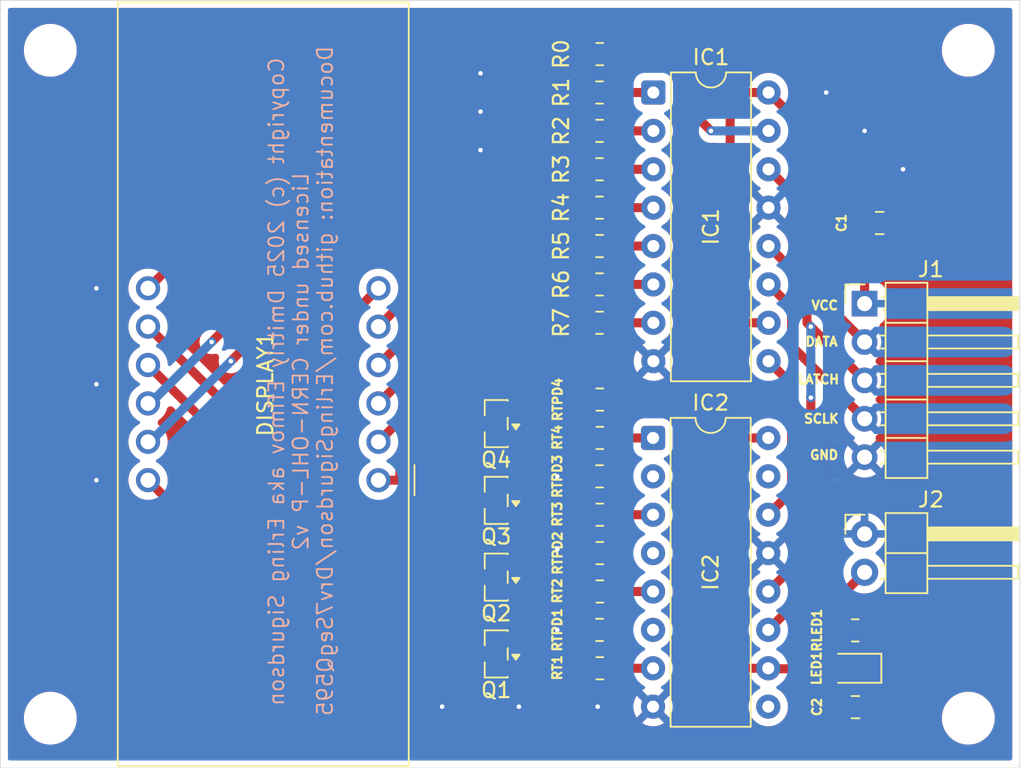
<source format=kicad_pcb>
(kicad_pcb (version 20241229) (generator "pcbnew") (generator_version "9.0")
  (layers (0 "F.Cu" signal) (2 "B.Cu" signal) (13 "F.Paste" user) (15 "B.Paste" user) (5 "F.SilkS" user "F.Silkscreen") (7 "B.SilkS" user "B.Silkscreen") (1 "F.Mask" user) (3 "B.Mask" user) (25 "Edge.Cuts" user))
  (net 0 "")
  (net 1 "Net-(IC1-Q0)")
  (net 2 "Net-(IC1-Q1)")
  (net 3 "Net-(IC1-Q2)")
  (net 4 "Net-(IC1-Q3)")
  (net 5 "Net-(IC1-Q4)")
  (net 6 "Net-(IC1-Q5)")
  (net 7 "Net-(IC1-Q6)")
  (net 8 "Net-(IC1-Q7)")
  (net 9 "VCC")
  (net 10 "GND")
  (net 11 "Net-(IC1-Q7S)")
  (net 13 "Net-(IC2-Q1)")
  (net 14 "Net-(IC2-Q3)")
  (net 17 "Net-(IC2-Q7)")
  (net 19 "Net-(IC2-Q5)")
  (net 21 "Net-(Q1-B)")
  (net 22 "Net-(Q2-B)")
  (net 23 "Net-(Q3-B)")
  (net 24 "Net-(Q4-B)")
  (net 25 "Net-(D1-K)")
  (net 26 "Net-(DISPLAY1-D1)")
  (net 27 "Net-(DISPLAY1-E)")
  (net 28 "Net-(DISPLAY1-B)")
  (net 29 "Net-(DISPLAY1-C)")
  (net 30 "Net-(DISPLAY1-G)")
  (net 31 "Net-(DISPLAY1-D3)")
  (net 32 "Net-(DISPLAY1-DP)")
  (net 33 "Net-(DISPLAY1-F)")
  (net 34 "Net-(DISPLAY1-D2)")
  (net 35 "Net-(DISPLAY1-D4)")
  (net 36 "Net-(DISPLAY1-D)")
  (net 37 "Net-(DISPLAY1-A)")
  (net 38 "Net-(IC1-LATCH)")
  (net 39 "Net-(IC1-DATA)")
  (net 40 "Net-(IC1-SCLK)")
  (net 41 "Net-(J2-Pin_1)")
  (footprint "Resistor_SMD:R_0805_2012Metric_Pad1.20x1.40mm_HandSolder" (layer "F.Cu") (at 156.48 93.98)
    (property "Reference" "RTPD4" (at -2.794 0 90) (layer "F.SilkS") (effects (font (size 0.6 0.6))))
    (property "Value" "47k" (hide yes))
    (fp_line (start -0.227064 -0.735) (end 0.227064 -0.735) (stroke (width 0.12)) (layer "F.SilkS"))
    (fp_line (start -0.227064 0.735) (end 0.227064 0.735) (stroke (width 0.12)) (layer "F.SilkS"))
    (pad "1" smd roundrect (at -1 0) (size 1.2 1.4) (layers "F.Cu" "F.Mask" "F.Paste") (roundrect_rratio 0.208333) (net 10 "GND"))
    (pad "2" smd roundrect (at 1 0) (size 1.2 1.4) (layers "F.Cu" "F.Mask" "F.Paste") (roundrect_rratio 0.208333) (net 24 "Net-(Q4-B)"))
  )
  (footprint "Capacitor_SMD:C_0805_2012Metric_Pad1.18x1.45mm_HandSolder" (layer "F.Cu") (at 173.3925 114.334 180)
    (property "Reference" "C2" (at 2.5521 0.0086 90) (layer "F.SilkS") (effects (font (size 0.6 0.6))))
    (property "Value" "0.1 μF" (hide yes))
    (fp_line (start -0.261252 0.735) (end 0.261252 0.735) (stroke (width 0.12)) (layer "F.SilkS"))
    (fp_line (start -0.261252 -0.735) (end 0.261252 -0.735) (stroke (width 0.12)) (layer "F.SilkS"))
    (pad "1" smd roundrect (at -1.0375 0 180) (size 1.175 1.45) (layers "F.Cu" "F.Mask" "F.Paste") (roundrect_rratio 0.212766) (net 10 "GND"))
    (pad "2" smd roundrect (at 1.0375 0 180) (size 1.175 1.45) (layers "F.Cu" "F.Mask" "F.Paste") (roundrect_rratio 0.212766) (net 9 "VCC"))
  )
  (footprint "Resistor_SMD:R_0805_2012Metric_Pad1.20x1.40mm_HandSolder" (layer "F.Cu") (at 156.48 104.14)
    (property "Reference" "RTPD2" (at -2.794 0 90) (layer "F.SilkS") (effects (font (size 0.6 0.6))))
    (property "Value" "47k" (hide yes))
    (fp_line (start -0.227064 -0.735) (end 0.227064 -0.735) (stroke (width 0.12)) (layer "F.SilkS"))
    (fp_line (start -0.227064 0.735) (end 0.227064 0.735) (stroke (width 0.12)) (layer "F.SilkS"))
    (pad "1" smd roundrect (at -1 0) (size 1.2 1.4) (layers "F.Cu" "F.Mask" "F.Paste") (roundrect_rratio 0.208333) (net 10 "GND"))
    (pad "2" smd roundrect (at 1 0) (size 1.2 1.4) (layers "F.Cu" "F.Mask" "F.Paste") (roundrect_rratio 0.208333) (net 22 "Net-(Q2-B)"))
  )
  (footprint "Resistor_SMD:R_0805_2012Metric_Pad1.20x1.40mm_HandSolder" (layer "F.Cu") (at 156.464 99.06)
    (property "Reference" "RTPD3" (at -2.794 0 90) (layer "F.SilkS") (effects (font (size 0.6 0.6))))
    (property "Value" "47k" (hide yes))
    (fp_line (start -0.227064 -0.735) (end 0.227064 -0.735) (stroke (width 0.12)) (layer "F.SilkS"))
    (fp_line (start -0.227064 0.735) (end 0.227064 0.735) (stroke (width 0.12)) (layer "F.SilkS"))
    (pad "1" smd roundrect (at -1 0) (size 1.2 1.4) (layers "F.Cu" "F.Mask" "F.Paste") (roundrect_rratio 0.208333) (net 10 "GND"))
    (pad "2" smd roundrect (at 1 0) (size 1.2 1.4) (layers "F.Cu" "F.Mask" "F.Paste") (roundrect_rratio 0.208333) (net 23 "Net-(Q3-B)"))
  )
  (footprint "Package_DIP:DIP-16_W7.62mm" (layer "F.Cu") (at 160.02 73.66)
    (property "Reference" "IC1" (at 3.81 -2.33 0) (layer "F.SilkS"))
    (property "Value" "74HC595" (hide yes))
    (fp_line (start 1.16 -1.33) (end 1.16 19.11) (stroke (width 0.12)) (layer "F.SilkS"))
    (fp_line (start 1.16 19.11) (end 6.46 19.11) (stroke (width 0.12)) (layer "F.SilkS"))
    (fp_line (start 2.81 -1.33) (end 1.16 -1.33) (stroke (width 0.12)) (layer "F.SilkS"))
    (fp_line (start 6.46 -1.33) (end 4.81 -1.33) (stroke (width 0.12)) (layer "F.SilkS"))
    (fp_line (start 6.46 19.11) (end 6.46 -1.33) (stroke (width 0.12)) (layer "F.SilkS"))
    (fp_arc (start 4.81 -1.33) (mid 3.81 -0.33) (end 2.81 -1.33) (stroke (width 0.12)) (layer "F.SilkS"))
    (fp_text user "${REFERENCE}" (at 3.81 8.89 90) (layer "F.SilkS"))
    (pad "1" thru_hole roundrect (at 0 0) (size 1.6 1.6) (drill 0.8) (layers "*.Cu" "*.Mask") (roundrect_rratio 0.15625) (net 2 "Net-(IC1-Q1)"))
    (pad "2" thru_hole circle (at 0 2.54) (size 1.6 1.6) (drill 0.8) (layers "*.Cu" "*.Mask") (net 3 "Net-(IC1-Q2)"))
    (pad "3" thru_hole circle (at 0 5.08) (size 1.6 1.6) (drill 0.8) (layers "*.Cu" "*.Mask") (net 4 "Net-(IC1-Q3)"))
    (pad "4" thru_hole circle (at 0 7.62) (size 1.6 1.6) (drill 0.8) (layers "*.Cu" "*.Mask") (net 5 "Net-(IC1-Q4)"))
    (pad "5" thru_hole circle (at 0 10.16) (size 1.6 1.6) (drill 0.8) (layers "*.Cu" "*.Mask") (net 6 "Net-(IC1-Q5)"))
    (pad "6" thru_hole circle (at 0 12.7) (size 1.6 1.6) (drill 0.8) (layers "*.Cu" "*.Mask") (net 7 "Net-(IC1-Q6)"))
    (pad "7" thru_hole circle (at 0 15.24) (size 1.6 1.6) (drill 0.8) (layers "*.Cu" "*.Mask") (net 8 "Net-(IC1-Q7)"))
    (pad "8" thru_hole circle (at 0 17.78) (size 1.6 1.6) (drill 0.8) (layers "*.Cu" "*.Mask") (net 10 "GND"))
    (pad "9" thru_hole circle (at 7.62 17.78) (size 1.6 1.6) (drill 0.8) (layers "*.Cu" "*.Mask") (net 11 "Net-(IC1-Q7S)"))
    (pad "10" thru_hole circle (at 7.62 15.24) (size 1.6 1.6) (drill 0.8) (layers "*.Cu" "*.Mask") (net 9 "VCC"))
    (pad "11" thru_hole circle (at 7.62 12.7) (size 1.6 1.6) (drill 0.8) (layers "*.Cu" "*.Mask") (net 40 "Net-(IC1-SCLK)"))
    (pad "12" thru_hole circle (at 7.62 10.16) (size 1.6 1.6) (drill 0.8) (layers "*.Cu" "*.Mask") (net 38 "Net-(IC1-LATCH)"))
    (pad "13" thru_hole circle (at 7.62 7.62) (size 1.6 1.6) (drill 0.8) (layers "*.Cu" "*.Mask") (net 10 "GND"))
    (pad "14" thru_hole circle (at 7.62 5.08) (size 1.6 1.6) (drill 0.8) (layers "*.Cu" "*.Mask") (net 39 "Net-(IC1-DATA)"))
    (pad "15" thru_hole circle (at 7.62 2.54) (size 1.6 1.6) (drill 0.8) (layers "*.Cu" "*.Mask") (net 1 "Net-(IC1-Q0)"))
    (pad "16" thru_hole circle (at 7.62 0) (size 1.6 1.6) (drill 0.8) (layers "*.Cu" "*.Mask") (net 9 "VCC"))
  )
  (footprint "Resistor_SMD:R_0805_2012Metric_Pad1.20x1.40mm_HandSolder" (layer "F.Cu") (at 156.48 106.68)
    (property "Reference" "RT2" (at -2.81 -0.04 90) (layer "F.SilkS") (effects (font (size 0.6 0.6))))
    (property "Value" "1k5" (hide yes))
    (fp_line (start -0.227064 -0.735) (end 0.227064 -0.735) (stroke (width 0.12)) (layer "F.SilkS"))
    (fp_line (start -0.227064 0.735) (end 0.227064 0.735) (stroke (width 0.12)) (layer "F.SilkS"))
    (pad "1" smd roundrect (at -1 0) (size 1.2 1.4) (layers "F.Cu" "F.Mask" "F.Paste") (roundrect_rratio 0.208333) (net 22 "Net-(Q2-B)"))
    (pad "2" smd roundrect (at 1 0) (size 1.2 1.4) (layers "F.Cu" "F.Mask" "F.Paste") (roundrect_rratio 0.208333) (net 19 "Net-(IC2-Q5)"))
  )
  (footprint "MountingHole:MountingHole_3mm" (layer "F.Cu") (at 120.142 115.062)
    (property "Reference" "Hole3" (hide yes))
    (property "Value" "MountingHole" (hide yes))
    (pad "" np_thru_hole circle (at 0 0) (size 3 3) (drill 3) (layers "*.Cu" "*.Mask"))
  )
  (footprint "Resistor_SMD:R_0805_2012Metric_Pad1.20x1.40mm_HandSolder" (layer "F.Cu") (at 156.464 76.2)
    (property "Reference" "R2" (at -2.54 0 90) (layer "F.SilkS"))
    (property "Value" "330" (hide yes))
    (fp_line (start -0.227064 -0.735) (end 0.227064 -0.735) (stroke (width 0.12)) (layer "F.SilkS"))
    (fp_line (start -0.227064 0.735) (end 0.227064 0.735) (stroke (width 0.12)) (layer "F.SilkS"))
    (pad "1" smd roundrect (at -1 0) (size 1.2 1.4) (layers "F.Cu" "F.Mask" "F.Paste") (roundrect_rratio 0.208333) (net 37 "Net-(DISPLAY1-A)"))
    (pad "2" smd roundrect (at 1 0) (size 1.2 1.4) (layers "F.Cu" "F.Mask" "F.Paste") (roundrect_rratio 0.208333) (net 3 "Net-(IC1-Q2)"))
  )
  (footprint "Connector_PinHeader_2.54mm:PinHeader_1x05_P2.54mm_Horizontal" (layer "F.Cu") (at 173.99 87.63)
    (property "Reference" "J1" (at 4.385 -2.27 0) (layer "F.SilkS"))
    (property "Value" "INTERFACE")
    (fp_line (start -1.27 -1.27) (end 0 -1.27) (stroke (width 0.12)) (layer "F.SilkS"))
    (fp_line (start -1.27 0) (end -1.27 -1.27) (stroke (width 0.12)) (layer "F.SilkS"))
    (fp_line (start 1.077358 2.11) (end 1.39 2.11) (stroke (width 0.12)) (layer "F.SilkS"))
    (fp_line (start 1.077358 2.97) (end 1.39 2.97) (stroke (width 0.12)) (layer "F.SilkS"))
    (fp_line (start 1.077358 4.65) (end 1.39 4.65) (stroke (width 0.12)) (layer "F.SilkS"))
    (fp_line (start 1.077358 5.51) (end 1.39 5.51) (stroke (width 0.12)) (layer "F.SilkS"))
    (fp_line (start 1.077358 7.19) (end 1.39 7.19) (stroke (width 0.12)) (layer "F.SilkS"))
    (fp_line (start 1.077358 8.05) (end 1.39 8.05) (stroke (width 0.12)) (layer "F.SilkS"))
    (fp_line (start 1.077358 9.73) (end 1.39 9.73) (stroke (width 0.12)) (layer "F.SilkS"))
    (fp_line (start 1.077358 10.59) (end 1.39 10.59) (stroke (width 0.12)) (layer "F.SilkS"))
    (fp_line (start 1.16 -0.43) (end 1.39 -0.43) (stroke (width 0.12)) (layer "F.SilkS"))
    (fp_line (start 1.16 0.43) (end 1.39 0.43) (stroke (width 0.12)) (layer "F.SilkS"))
    (fp_line (start 1.39 -1.38) (end 1.39 11.54) (stroke (width 0.12)) (layer "F.SilkS"))
    (fp_line (start 1.39 1.27) (end 4.15 1.27) (stroke (width 0.12)) (layer "F.SilkS"))
    (fp_line (start 1.39 3.81) (end 4.15 3.81) (stroke (width 0.12)) (layer "F.SilkS"))
    (fp_line (start 1.39 6.35) (end 4.15 6.35) (stroke (width 0.12)) (layer "F.SilkS"))
    (fp_line (start 1.39 8.89) (end 4.15 8.89) (stroke (width 0.12)) (layer "F.SilkS"))
    (fp_line (start 1.39 11.54) (end 4.15 11.54) (stroke (width 0.12)) (layer "F.SilkS"))
    (fp_line (start 4.15 -1.38) (end 1.39 -1.38) (stroke (width 0.12)) (layer "F.SilkS"))
    (fp_line (start 4.15 2.11) (end 10.15 2.11) (stroke (width 0.12)) (layer "F.SilkS"))
    (fp_line (start 4.15 4.65) (end 10.15 4.65) (stroke (width 0.12)) (layer "F.SilkS"))
    (fp_line (start 4.15 7.19) (end 10.15 7.19) (stroke (width 0.12)) (layer "F.SilkS"))
    (fp_line (start 4.15 9.73) (end 10.15 9.73) (stroke (width 0.12)) (layer "F.SilkS"))
    (fp_line (start 4.15 11.54) (end 4.15 -1.38) (stroke (width 0.12)) (layer "F.SilkS"))
    (fp_line (start 10.15 2.11) (end 10.15 2.97) (stroke (width 0.12)) (layer "F.SilkS"))
    (fp_line (start 10.15 2.97) (end 4.15 2.97) (stroke (width 0.12)) (layer "F.SilkS"))
    (fp_line (start 10.15 4.65) (end 10.15 5.51) (stroke (width 0.12)) (layer "F.SilkS"))
    (fp_line (start 10.15 5.51) (end 4.15 5.51) (stroke (width 0.12)) (layer "F.SilkS"))
    (fp_line (start 10.15 7.19) (end 10.15 8.05) (stroke (width 0.12)) (layer "F.SilkS"))
    (fp_line (start 10.15 8.05) (end 4.15 8.05) (stroke (width 0.12)) (layer "F.SilkS"))
    (fp_line (start 10.15 9.73) (end 10.15 10.59) (stroke (width 0.12)) (layer "F.SilkS"))
    (fp_line (start 10.15 10.59) (end 4.15 10.59) (stroke (width 0.12)) (layer "F.SilkS"))
    (fp_rect (start 4.15 -0.43) (end 10.15 0.43) (stroke (width 0.12)) (fill yes) (layer "F.SilkS"))
    (pad "1" thru_hole rect (at 0 0) (size 1.7 1.7) (drill 1) (layers "*.Cu" "*.Mask") (net 9 "VCC"))
    (pad "2" thru_hole circle (at 0 2.54) (size 1.7 1.7) (drill 1) (layers "*.Cu" "*.Mask") (net 39 "Net-(IC1-DATA)"))
    (pad "3" thru_hole circle (at 0 5.08) (size 1.7 1.7) (drill 1) (layers "*.Cu" "*.Mask") (net 38 "Net-(IC1-LATCH)"))
    (pad "4" thru_hole circle (at 0 7.62) (size 1.7 1.7) (drill 1) (layers "*.Cu" "*.Mask") (net 40 "Net-(IC1-SCLK)"))
    (pad "5" thru_hole circle (at 0 10.16) (size 1.7 1.7) (drill 1) (layers "*.Cu" "*.Mask") (net 10 "GND"))
  )
  (footprint "Resistor_SMD:R_0805_2012Metric_Pad1.20x1.40mm_HandSolder" (layer "F.Cu") (at 156.464 78.74)
    (property "Reference" "R3" (at -2.54 0 90) (layer "F.SilkS"))
    (property "Value" "330" (hide yes))
    (fp_line (start -0.227064 -0.735) (end 0.227064 -0.735) (stroke (width 0.12)) (layer "F.SilkS"))
    (fp_line (start -0.227064 0.735) (end 0.227064 0.735) (stroke (width 0.12)) (layer "F.SilkS"))
    (pad "1" smd roundrect (at -1 0) (size 1.2 1.4) (layers "F.Cu" "F.Mask" "F.Paste") (roundrect_rratio 0.208333) (net 30 "Net-(DISPLAY1-G)"))
    (pad "2" smd roundrect (at 1 0) (size 1.2 1.4) (layers "F.Cu" "F.Mask" "F.Paste") (roundrect_rratio 0.208333) (net 4 "Net-(IC1-Q3)"))
  )
  (footprint "Resistor_SMD:R_0805_2012Metric_Pad1.20x1.40mm_HandSolder" (layer "F.Cu") (at 173.371 109.254)
    (property "Reference" "RLED1" (at -2.5306 -0.0086 90) (layer "F.SilkS") (effects (font (size 0.6 0.6))))
    (property "Value" "680" (hide yes))
    (fp_line (start -0.227064 -0.735) (end 0.227064 -0.735) (stroke (width 0.12)) (layer "F.SilkS"))
    (fp_line (start -0.227064 0.735) (end 0.227064 0.735) (stroke (width 0.12)) (layer "F.SilkS"))
    (pad "1" smd roundrect (at -1 0) (size 1.2 1.4) (layers "F.Cu" "F.Mask" "F.Paste") (roundrect_rratio 0.208333) (net 41 "Net-(J2-Pin_1)"))
    (pad "2" smd roundrect (at 1 0) (size 1.2 1.4) (layers "F.Cu" "F.Mask" "F.Paste") (roundrect_rratio 0.208333) (net 25 "Net-(D1-K)"))
  )
  (footprint "Resistor_SMD:R_0805_2012Metric_Pad1.20x1.40mm_HandSolder" (layer "F.Cu") (at 156.464 83.82)
    (property "Reference" "R5" (at -2.54 0 90) (layer "F.SilkS"))
    (property "Value" "330" (hide yes))
    (fp_line (start -0.227064 -0.735) (end 0.227064 -0.735) (stroke (width 0.12)) (layer "F.SilkS"))
    (fp_line (start -0.227064 0.735) (end 0.227064 0.735) (stroke (width 0.12)) (layer "F.SilkS"))
    (pad "1" smd roundrect (at -1 0) (size 1.2 1.4) (layers "F.Cu" "F.Mask" "F.Paste") (roundrect_rratio 0.208333) (net 32 "Net-(DISPLAY1-DP)"))
    (pad "2" smd roundrect (at 1 0) (size 1.2 1.4) (layers "F.Cu" "F.Mask" "F.Paste") (roundrect_rratio 0.208333) (net 6 "Net-(IC1-Q5)"))
  )
  (footprint "Resistor_SMD:R_0805_2012Metric_Pad1.20x1.40mm_HandSolder" (layer "F.Cu") (at 156.464 88.9)
    (property "Reference" "R7" (at -2.54 0 90) (layer "F.SilkS"))
    (property "Value" "330" (hide yes))
    (fp_line (start -0.227064 -0.735) (end 0.227064 -0.735) (stroke (width 0.12)) (layer "F.SilkS"))
    (fp_line (start -0.227064 0.735) (end 0.227064 0.735) (stroke (width 0.12)) (layer "F.SilkS"))
    (pad "1" smd roundrect (at -1 0) (size 1.2 1.4) (layers "F.Cu" "F.Mask" "F.Paste") (roundrect_rratio 0.208333) (net 27 "Net-(DISPLAY1-E)"))
    (pad "2" smd roundrect (at 1 0) (size 1.2 1.4) (layers "F.Cu" "F.Mask" "F.Paste") (roundrect_rratio 0.208333) (net 8 "Net-(IC1-Q7)"))
  )
  (footprint "Resistor_SMD:R_0805_2012Metric_Pad1.20x1.40mm_HandSolder" (layer "F.Cu") (at 156.464 81.28)
    (property "Reference" "R4" (at -2.54 0 90) (layer "F.SilkS"))
    (property "Value" "330" (hide yes))
    (fp_line (start -0.227064 -0.735) (end 0.227064 -0.735) (stroke (width 0.12)) (layer "F.SilkS"))
    (fp_line (start -0.227064 0.735) (end 0.227064 0.735) (stroke (width 0.12)) (layer "F.SilkS"))
    (pad "1" smd roundrect (at -1 0) (size 1.2 1.4) (layers "F.Cu" "F.Mask" "F.Paste") (roundrect_rratio 0.208333) (net 29 "Net-(DISPLAY1-C)"))
    (pad "2" smd roundrect (at 1 0) (size 1.2 1.4) (layers "F.Cu" "F.Mask" "F.Paste") (roundrect_rratio 0.208333) (net 5 "Net-(IC1-Q4)"))
  )
  (footprint "Package_DIP:DIP-16_W7.62mm" (layer "F.Cu") (at 160 96.52)
    (property "Reference" "IC2" (at 3.81 -2.33 0) (layer "F.SilkS"))
    (property "Value" "74HC595" (hide yes))
    (fp_line (start 1.16 -1.33) (end 1.16 19.11) (stroke (width 0.12)) (layer "F.SilkS"))
    (fp_line (start 1.16 19.11) (end 6.46 19.11) (stroke (width 0.12)) (layer "F.SilkS"))
    (fp_line (start 2.81 -1.33) (end 1.16 -1.33) (stroke (width 0.12)) (layer "F.SilkS"))
    (fp_line (start 6.46 -1.33) (end 4.81 -1.33) (stroke (width 0.12)) (layer "F.SilkS"))
    (fp_line (start 6.46 19.11) (end 6.46 -1.33) (stroke (width 0.12)) (layer "F.SilkS"))
    (fp_arc (start 4.81 -1.33) (mid 3.81 -0.33) (end 2.81 -1.33) (stroke (width 0.12)) (layer "F.SilkS"))
    (fp_text user "${REFERENCE}" (at 3.81 8.89 90) (layer "F.SilkS"))
    (pad "1" thru_hole roundrect (at 0 0) (size 1.6 1.6) (drill 0.8) (layers "*.Cu" "*.Mask") (roundrect_rratio 0.15625) (net 13 "Net-(IC2-Q1)"))
    (pad "2" thru_hole circle (at 0 2.54) (size 1.6 1.6) (drill 0.8) (layers "*.Cu" "*.Mask"))
    (pad "3" thru_hole circle (at 0 5.08) (size 1.6 1.6) (drill 0.8) (layers "*.Cu" "*.Mask") (net 14 "Net-(IC2-Q3)"))
    (pad "4" thru_hole circle (at 0 7.62) (size 1.6 1.6) (drill 0.8) (layers "*.Cu" "*.Mask"))
    (pad "5" thru_hole circle (at 0 10.16) (size 1.6 1.6) (drill 0.8) (layers "*.Cu" "*.Mask") (net 19 "Net-(IC2-Q5)"))
    (pad "6" thru_hole circle (at 0 12.7) (size 1.6 1.6) (drill 0.8) (layers "*.Cu" "*.Mask"))
    (pad "7" thru_hole circle (at 0 15.24) (size 1.6 1.6) (drill 0.8) (layers "*.Cu" "*.Mask") (net 17 "Net-(IC2-Q7)"))
    (pad "8" thru_hole circle (at 0 17.78) (size 1.6 1.6) (drill 0.8) (layers "*.Cu" "*.Mask") (net 10 "GND"))
    (pad "9" thru_hole circle (at 7.62 17.78) (size 1.6 1.6) (drill 0.8) (layers "*.Cu" "*.Mask"))
    (pad "10" thru_hole circle (at 7.62 15.24) (size 1.6 1.6) (drill 0.8) (layers "*.Cu" "*.Mask") (net 9 "VCC"))
    (pad "11" thru_hole circle (at 7.62 12.7) (size 1.6 1.6) (drill 0.8) (layers "*.Cu" "*.Mask") (net 40 "Net-(IC1-SCLK)"))
    (pad "12" thru_hole circle (at 7.62 10.16) (size 1.6 1.6) (drill 0.8) (layers "*.Cu" "*.Mask") (net 38 "Net-(IC1-LATCH)"))
    (pad "13" thru_hole circle (at 7.62 7.62) (size 1.6 1.6) (drill 0.8) (layers "*.Cu" "*.Mask") (net 10 "GND"))
    (pad "14" thru_hole circle (at 7.62 5.08) (size 1.6 1.6) (drill 0.8) (layers "*.Cu" "*.Mask") (net 11 "Net-(IC1-Q7S)"))
    (pad "15" thru_hole circle (at 7.62 2.54) (size 1.6 1.6) (drill 0.8) (layers "*.Cu" "*.Mask"))
    (pad "16" thru_hole circle (at 7.62 0) (size 1.6 1.6) (drill 0.8) (layers "*.Cu" "*.Mask") (net 9 "VCC"))
  )
  (footprint "MountingHole:MountingHole_3mm" (layer "F.Cu") (at 120.142 70.866)
    (property "Reference" "Hole4" (hide yes))
    (property "Value" "MountingHole" (hide yes))
    (pad "" np_thru_hole circle (at 0 0) (size 3 3) (drill 3) (layers "*.Cu" "*.Mask"))
  )
  (footprint "Drv7SegQ595:display_7seg_4d_0.56in" (layer "F.Cu") (at 141.8435 99.314 180)
    (property "Reference" "DISPLAY1" (hide yes))
    (property "Value" "display_7seg_4d" (hide yes))
    (fp_line (start 17.24 31.62) (end 17.24 -18.92) (stroke (width 0.12)) (layer "F.SilkS"))
    (fp_line (start -2 31.62) (end 17.24 31.62) (stroke (width 0.12)) (layer "F.SilkS"))
    (fp_line (start -2 -18.92) (end 17.24 -18.92) (stroke (width 0.12)) (layer "F.SilkS"))
    (fp_line (start -2 -18.92) (end -2 31.62) (stroke (width 0.12)) (layer "F.SilkS"))
    (fp_line (start -2.38 -1) (end -2.38 1) (stroke (width 0.12)) (layer "F.SilkS"))
    (fp_text user "${REFERENCE}" (at 7.4775 6.35 270) (layer "F.SilkS"))
    (pad "1" thru_hole circle (at 0 0 180) (size 1.6 1.6) (drill 1) (layers "*.Cu" "*.Mask") (net 27 "Net-(DISPLAY1-E)"))
    (pad "2" thru_hole circle (at 0 2.54 180) (size 1.6 1.6) (drill 1) (layers "*.Cu" "*.Mask") (net 36 "Net-(DISPLAY1-D)"))
    (pad "3" thru_hole circle (at 0 5.08 180) (size 1.6 1.6) (drill 1) (layers "*.Cu" "*.Mask") (net 32 "Net-(DISPLAY1-DP)"))
    (pad "4" thru_hole circle (at 0 7.62 180) (size 1.6 1.6) (drill 1) (layers "*.Cu" "*.Mask") (net 29 "Net-(DISPLAY1-C)"))
    (pad "5" thru_hole circle (at 0 10.16 180) (size 1.6 1.6) (drill 1) (layers "*.Cu" "*.Mask") (net 30 "Net-(DISPLAY1-G)"))
    (pad "6" thru_hole circle (at 0 12.7 180) (size 1.6 1.6) (drill 1) (layers "*.Cu" "*.Mask") (net 35 "Net-(DISPLAY1-D4)"))
    (pad "7" thru_hole circle (at 15.24 12.7 180) (size 1.6 1.6) (drill 1) (layers "*.Cu" "*.Mask") (net 28 "Net-(DISPLAY1-B)"))
    (pad "8" thru_hole circle (at 15.24 10.16 180) (size 1.6 1.6) (drill 1) (layers "*.Cu" "*.Mask") (net 31 "Net-(DISPLAY1-D3)"))
    (pad "9" thru_hole circle (at 15.24 7.62 180) (size 1.6 1.6) (drill 1) (layers "*.Cu" "*.Mask") (net 34 "Net-(DISPLAY1-D2)"))
    (pad "10" thru_hole circle (at 15.24 5.08 180) (size 1.6 1.6) (drill 1) (layers "*.Cu" "*.Mask") (net 33 "Net-(DISPLAY1-F)"))
    (pad "11" thru_hole circle (at 15.24 2.54 180) (size 1.6 1.6) (drill 1) (layers "*.Cu" "*.Mask") (net 37 "Net-(DISPLAY1-A)"))
    (pad "12" thru_hole circle (at 15.24 0 180) (size 1.6 1.6) (drill 1) (layers "*.Cu" "*.Mask") (net 26 "Net-(DISPLAY1-D1)"))
  )
  (footprint "Drv7SegQ595:SOT-23" (layer "F.Cu") (at 149.63 110.81 180)
    (property "Reference" "Q1" (at 0 -2.4 180) (layer "F.SilkS"))
    (property "Value" "MMBT3904" (hide yes))
    (fp_line (start 0.76 1.56) (end -0.76 1.56) (stroke (width 0.12)) (layer "F.SilkS"))
    (fp_line (start 0.76 0.56) (end 0.76 1.56) (stroke (width 0.12)) (layer "F.SilkS"))
    (fp_line (start 0.76 -1.56) (end 0.76 -0.56) (stroke (width 0.12)) (layer "F.SilkS"))
    (fp_line (start -0.76 1.56) (end -0.76 1.51) (stroke (width 0.12)) (layer "F.SilkS"))
    (fp_line (start -0.76 0.39) (end -0.76 -0.39) (stroke (width 0.12)) (layer "F.SilkS"))
    (fp_line (start -0.76 -1.51) (end -0.76 -1.56) (stroke (width 0.12)) (layer "F.SilkS"))
    (fp_line (start -0.76 -1.56) (end 0.76 -1.56) (stroke (width 0.12)) (layer "F.SilkS"))
    (fp_poly (pts (xy -1.3 -0.38) (xy -1.06 -0.05) (xy -1.54 -0.05)) (stroke (width 0.12)) (fill yes) (layer "F.SilkS"))
    (pad "1" smd roundrect (at -0.9375 -0.95 180) (size 1.475 0.6) (layers "F.Cu" "F.Mask" "F.Paste") (net 21 "Net-(Q1-B)"))
    (pad "2" smd roundrect (at -0.9375 0.95 180) (size 1.475 0.6) (layers "F.Cu" "F.Mask" "F.Paste") (net 10 "GND"))
    (pad "3" smd roundrect (at 0.9375 0 180) (size 1.475 0.6) (layers "F.Cu" "F.Mask" "F.Paste") (net 26 "Net-(DISPLAY1-D1)"))
  )
  (footprint "Resistor_SMD:R_0805_2012Metric_Pad1.20x1.40mm_HandSolder" (layer "F.Cu") (at 156.48 96.52)
    (property "Reference" "RT4" (at -2.81 -0.04 90) (layer "F.SilkS") (effects (font (size 0.6 0.6))))
    (property "Value" "1k5" (hide yes))
    (fp_line (start -0.227064 -0.735) (end 0.227064 -0.735) (stroke (width 0.12)) (layer "F.SilkS"))
    (fp_line (start -0.227064 0.735) (end 0.227064 0.735) (stroke (width 0.12)) (layer "F.SilkS"))
    (pad "1" smd roundrect (at -1 0) (size 1.2 1.4) (layers "F.Cu" "F.Mask" "F.Paste") (roundrect_rratio 0.208333) (net 24 "Net-(Q4-B)"))
    (pad "2" smd roundrect (at 1 0) (size 1.2 1.4) (layers "F.Cu" "F.Mask" "F.Paste") (roundrect_rratio 0.208333) (net 13 "Net-(IC2-Q1)"))
  )
  (footprint "MountingHole:MountingHole_3mm" (layer "F.Cu") (at 180.848 70.866)
    (property "Reference" "Hole1" (hide yes))
    (property "Value" "MountingHole" (hide yes))
    (pad "" np_thru_hole circle (at 0 0) (size 3 3) (drill 3) (layers "*.Cu" "*.Mask"))
  )
  (footprint "Resistor_SMD:R_0805_2012Metric_Pad1.20x1.40mm_HandSolder" (layer "F.Cu") (at 156.464 109.22)
    (property "Reference" "RTPD1" (at -2.794 0 90) (layer "F.SilkS") (effects (font (size 0.6 0.6))))
    (property "Value" "47k" (hide yes))
    (fp_line (start -0.227064 -0.735) (end 0.227064 -0.735) (stroke (width 0.12)) (layer "F.SilkS"))
    (fp_line (start -0.227064 0.735) (end 0.227064 0.735) (stroke (width 0.12)) (layer "F.SilkS"))
    (pad "1" smd roundrect (at -1 0) (size 1.2 1.4) (layers "F.Cu" "F.Mask" "F.Paste") (roundrect_rratio 0.208333) (net 10 "GND"))
    (pad "2" smd roundrect (at 1 0) (size 1.2 1.4) (layers "F.Cu" "F.Mask" "F.Paste") (roundrect_rratio 0.208333) (net 21 "Net-(Q1-B)"))
  )
  (footprint "MountingHole:MountingHole_3mm" (layer "F.Cu") (at 180.848 115.062)
    (property "Reference" "Hole2" (hide yes))
    (property "Value" "MountingHole" (hide yes))
    (pad "" np_thru_hole circle (at 0 0) (size 3 3) (drill 3) (layers "*.Cu" "*.Mask"))
  )
  (footprint "Drv7SegQ595:SOT-23" (layer "F.Cu") (at 149.63 95.57 180)
    (property "Reference" "Q4" (at 0 -2.4 180) (layer "F.SilkS"))
    (property "Value" "MMBT3904" (hide yes))
    (fp_line (start 0.76 1.56) (end -0.76 1.56) (stroke (width 0.12)) (layer "F.SilkS"))
    (fp_line (start 0.76 0.56) (end 0.76 1.56) (stroke (width 0.12)) (layer "F.SilkS"))
    (fp_line (start 0.76 -1.56) (end 0.76 -0.56) (stroke (width 0.12)) (layer "F.SilkS"))
    (fp_line (start -0.76 1.56) (end -0.76 1.51) (stroke (width 0.12)) (layer "F.SilkS"))
    (fp_line (start -0.76 0.39) (end -0.76 -0.39) (stroke (width 0.12)) (layer "F.SilkS"))
    (fp_line (start -0.76 -1.51) (end -0.76 -1.56) (stroke (width 0.12)) (layer "F.SilkS"))
    (fp_line (start -0.76 -1.56) (end 0.76 -1.56) (stroke (width 0.12)) (layer "F.SilkS"))
    (fp_poly (pts (xy -1.3 -0.38) (xy -1.06 -0.05) (xy -1.54 -0.05)) (stroke (width 0.12)) (fill yes) (layer "F.SilkS"))
    (pad "1" smd roundrect (at -0.9375 -0.95 180) (size 1.475 0.6) (layers "F.Cu" "F.Mask" "F.Paste") (net 24 "Net-(Q4-B)"))
    (pad "2" smd roundrect (at -0.9375 0.95 180) (size 1.475 0.6) (layers "F.Cu" "F.Mask" "F.Paste") (net 10 "GND"))
    (pad "3" smd roundrect (at 0.9375 0 180) (size 1.475 0.6) (layers "F.Cu" "F.Mask" "F.Paste") (net 35 "Net-(DISPLAY1-D4)"))
  )
  (footprint "LED_SMD:LED_0805_2012Metric_Pad1.15x1.40mm_HandSolder" (layer "F.Cu") (at 173.237 111.76 180)
    (property "Reference" "D1" (hide yes))
    (property "Value" "LED1" (at 2.422 0 90) (layer "F.SilkS") (effects (font (size 0.6 0.6))))
    (fp_line (start 1 -0.96) (end -1.86 -0.96) (stroke (width 0.12)) (layer "F.SilkS"))
    (fp_line (start -1.86 0.96) (end 1 0.96) (stroke (width 0.12)) (layer "F.SilkS"))
    (fp_line (start -1.86 -0.96) (end -1.86 0.96) (stroke (width 0.12)) (layer "F.SilkS"))
    (pad "1" smd roundrect (at -1.025 0 180) (size 1.15 1.4) (layers "F.Cu" "F.Mask" "F.Paste") (roundrect_rratio 0.217391) (net 25 "Net-(D1-K)"))
    (pad "2" smd roundrect (at 1.025 0 180) (size 1.15 1.4) (layers "F.Cu" "F.Mask" "F.Paste") (roundrect_rratio 0.217391) (net 9 "VCC"))
  )
  (footprint "Capacitor_SMD:C_0805_2012Metric_Pad1.18x1.45mm_HandSolder" (layer "F.Cu") (at 174.9845 82.296)
    (property "Reference" "C1" (at -2.5185 0 90) (layer "F.SilkS") (effects (font (size 0.6 0.6))))
    (property "Value" "0.1 μF" (hide yes))
    (fp_line (start -0.261252 -0.735) (end 0.261252 -0.735) (stroke (width 0.12)) (layer "F.SilkS"))
    (fp_line (start -0.261252 0.735) (end 0.261252 0.735) (stroke (width 0.12)) (layer "F.SilkS"))
    (pad "1" smd roundrect (at -1.0375 0) (size 1.175 1.45) (layers "F.Cu" "F.Mask" "F.Paste") (roundrect_rratio 0.212766) (net 9 "VCC"))
    (pad "2" smd roundrect (at 1.0375 0) (size 1.175 1.45) (layers "F.Cu" "F.Mask" "F.Paste") (roundrect_rratio 0.212766) (net 10 "GND"))
  )
  (footprint "Resistor_SMD:R_0805_2012Metric_Pad1.20x1.40mm_HandSolder" (layer "F.Cu") (at 156.48 111.76)
    (property "Reference" "RT1" (at -2.81 -0.04 90) (layer "F.SilkS") (effects (font (size 0.6 0.6))))
    (property "Value" "1k5" (hide yes))
    (fp_line (start -0.227064 -0.735) (end 0.227064 -0.735) (stroke (width 0.12)) (layer "F.SilkS"))
    (fp_line (start -0.227064 0.735) (end 0.227064 0.735) (stroke (width 0.12)) (layer "F.SilkS"))
    (pad "1" smd roundrect (at -1 0) (size 1.2 1.4) (layers "F.Cu" "F.Mask" "F.Paste") (roundrect_rratio 0.208333) (net 21 "Net-(Q1-B)"))
    (pad "2" smd roundrect (at 1 0) (size 1.2 1.4) (layers "F.Cu" "F.Mask" "F.Paste") (roundrect_rratio 0.208333) (net 17 "Net-(IC2-Q7)"))
  )
  (footprint "Resistor_SMD:R_0805_2012Metric_Pad1.20x1.40mm_HandSolder" (layer "F.Cu") (at 156.464 73.66)
    (property "Reference" "R1" (at -2.54 0 90) (layer "F.SilkS"))
    (property "Value" "330" (hide yes))
    (fp_line (start -0.227064 -0.735) (end 0.227064 -0.735) (stroke (width 0.12)) (layer "F.SilkS"))
    (fp_line (start -0.227064 0.735) (end 0.227064 0.735) (stroke (width 0.12)) (layer "F.SilkS"))
    (pad "1" smd roundrect (at -1 0) (size 1.2 1.4) (layers "F.Cu" "F.Mask" "F.Paste") (roundrect_rratio 0.208333) (net 33 "Net-(DISPLAY1-F)"))
    (pad "2" smd roundrect (at 1 0) (size 1.2 1.4) (layers "F.Cu" "F.Mask" "F.Paste") (roundrect_rratio 0.208333) (net 2 "Net-(IC1-Q1)"))
  )
  (footprint "Resistor_SMD:R_0805_2012Metric_Pad1.20x1.40mm_HandSolder" (layer "F.Cu") (at 156.464 86.36)
    (property "Reference" "R6" (at -2.54 0 90) (layer "F.SilkS"))
    (property "Value" "330" (hide yes))
    (fp_line (start -0.227064 -0.735) (end 0.227064 -0.735) (stroke (width 0.12)) (layer "F.SilkS"))
    (fp_line (start -0.227064 0.735) (end 0.227064 0.735) (stroke (width 0.12)) (layer "F.SilkS"))
    (pad "1" smd roundrect (at -1 0) (size 1.2 1.4) (layers "F.Cu" "F.Mask" "F.Paste") (roundrect_rratio 0.208333) (net 36 "Net-(DISPLAY1-D)"))
    (pad "2" smd roundrect (at 1 0) (size 1.2 1.4) (layers "F.Cu" "F.Mask" "F.Paste") (roundrect_rratio 0.208333) (net 7 "Net-(IC1-Q6)"))
  )
  (footprint "Drv7SegQ595:SOT-23" (layer "F.Cu") (at 149.63 105.73 180)
    (property "Reference" "Q2" (at 0 -2.4 180) (layer "F.SilkS"))
    (property "Value" "MMBT3904" (hide yes))
    (fp_line (start 0.76 1.56) (end -0.76 1.56) (stroke (width 0.12)) (layer "F.SilkS"))
    (fp_line (start 0.76 0.56) (end 0.76 1.56) (stroke (width 0.12)) (layer "F.SilkS"))
    (fp_line (start 0.76 -1.56) (end 0.76 -0.56) (stroke (width 0.12)) (layer "F.SilkS"))
    (fp_line (start -0.76 1.56) (end -0.76 1.51) (stroke (width 0.12)) (layer "F.SilkS"))
    (fp_line (start -0.76 0.39) (end -0.76 -0.39) (stroke (width 0.12)) (layer "F.SilkS"))
    (fp_line (start -0.76 -1.51) (end -0.76 -1.56) (stroke (width 0.12)) (layer "F.SilkS"))
    (fp_line (start -0.76 -1.56) (end 0.76 -1.56) (stroke (width 0.12)) (layer "F.SilkS"))
    (fp_poly (pts (xy -1.3 -0.38) (xy -1.06 -0.05) (xy -1.54 -0.05)) (stroke (width 0.12)) (fill yes) (layer "F.SilkS"))
    (pad "1" smd roundrect (at -0.9375 -0.95 180) (size 1.475 0.6) (layers "F.Cu" "F.Mask" "F.Paste") (net 22 "Net-(Q2-B)"))
    (pad "2" smd roundrect (at -0.9375 0.95 180) (size 1.475 0.6) (layers "F.Cu" "F.Mask" "F.Paste") (net 10 "GND"))
    (pad "3" smd roundrect (at 0.9375 0 180) (size 1.475 0.6) (layers "F.Cu" "F.Mask" "F.Paste") (net 34 "Net-(DISPLAY1-D2)"))
  )
  (footprint "Resistor_SMD:R_0805_2012Metric_Pad1.20x1.40mm_HandSolder" (layer "F.Cu") (at 156.48 101.6)
    (property "Reference" "RT3" (at -2.81 -0.04 90) (layer "F.SilkS") (effects (font (size 0.6 0.6))))
    (property "Value" "1k5" (hide yes))
    (fp_line (start -0.227064 -0.735) (end 0.227064 -0.735) (stroke (width 0.12)) (layer "F.SilkS"))
    (fp_line (start -0.227064 0.735) (end 0.227064 0.735) (stroke (width 0.12)) (layer "F.SilkS"))
    (pad "1" smd roundrect (at -1 0) (size 1.2 1.4) (layers "F.Cu" "F.Mask" "F.Paste") (roundrect_rratio 0.208333) (net 23 "Net-(Q3-B)"))
    (pad "2" smd roundrect (at 1 0) (size 1.2 1.4) (layers "F.Cu" "F.Mask" "F.Paste") (roundrect_rratio 0.208333) (net 14 "Net-(IC2-Q3)"))
  )
  (footprint "Drv7SegQ595:SOT-23" (layer "F.Cu") (at 149.63 100.65 180)
    (property "Reference" "Q3" (at 0 -2.4 180) (layer "F.SilkS"))
    (property "Value" "MMBT3904" (hide yes))
    (fp_line (start 0.76 1.56) (end -0.76 1.56) (stroke (width 0.12)) (layer "F.SilkS"))
    (fp_line (start 0.76 0.56) (end 0.76 1.56) (stroke (width 0.12)) (layer "F.SilkS"))
    (fp_line (start 0.76 -1.56) (end 0.76 -0.56) (stroke (width 0.12)) (layer "F.SilkS"))
    (fp_line (start -0.76 1.56) (end -0.76 1.51) (stroke (width 0.12)) (layer "F.SilkS"))
    (fp_line (start -0.76 0.39) (end -0.76 -0.39) (stroke (width 0.12)) (layer "F.SilkS"))
    (fp_line (start -0.76 -1.51) (end -0.76 -1.56) (stroke (width 0.12)) (layer "F.SilkS"))
    (fp_line (start -0.76 -1.56) (end 0.76 -1.56) (stroke (width 0.12)) (layer "F.SilkS"))
    (fp_poly (pts (xy -1.3 -0.38) (xy -1.06 -0.05) (xy -1.54 -0.05)) (stroke (width 0.12)) (fill yes) (layer "F.SilkS"))
    (pad "1" smd roundrect (at -0.9375 -0.95 180) (size 1.475 0.6) (layers "F.Cu" "F.Mask" "F.Paste") (net 23 "Net-(Q3-B)"))
    (pad "2" smd roundrect (at -0.9375 0.95 180) (size 1.475 0.6) (layers "F.Cu" "F.Mask" "F.Paste") (net 10 "GND"))
    (pad "3" smd roundrect (at 0.9375 0 180) (size 1.475 0.6) (layers "F.Cu" "F.Mask" "F.Paste") (net 31 "Net-(DISPLAY1-D3)"))
  )
  (footprint "Resistor_SMD:R_0805_2012Metric_Pad1.20x1.40mm_HandSolder" (layer "F.Cu") (at 156.48 71.12)
    (property "Reference" "R0" (at -2.556 0 90) (layer "F.SilkS"))
    (property "Value" "330" (hide yes))
    (fp_line (start -0.227064 -0.735) (end 0.227064 -0.735) (stroke (width 0.12)) (layer "F.SilkS"))
    (fp_line (start -0.227064 0.735) (end 0.227064 0.735) (stroke (width 0.12)) (layer "F.SilkS"))
    (pad "1" smd roundrect (at -1 0) (size 1.2 1.4) (layers "F.Cu" "F.Mask" "F.Paste") (roundrect_rratio 0.208333) (net 28 "Net-(DISPLAY1-B)"))
    (pad "2" smd roundrect (at 1 0) (size 1.2 1.4) (layers "F.Cu" "F.Mask" "F.Paste") (roundrect_rratio 0.208333) (net 1 "Net-(IC1-Q0)"))
  )
  (footprint "Drv7SegQ595:PinHeader_1x02_P2.54mm_Horizontal" (layer "F.Cu") (at 173.99 102.87)
    (property "Reference" "J2" (at 4.385 -2.27 0) (layer "F.SilkS"))
    (property "Value" "PWR_LED_JMP")
    (fp_line (start -1.27 -1.27) (end 0 -1.27) (stroke (width 0.12)) (layer "F.SilkS"))
    (fp_line (start -1.27 0) (end -1.27 -1.27) (stroke (width 0.12)) (layer "F.SilkS"))
    (fp_line (start 1.077358 2.11) (end 1.39 2.11) (stroke (width 0.12)) (layer "F.SilkS"))
    (fp_line (start 1.077358 2.97) (end 1.39 2.97) (stroke (width 0.12)) (layer "F.SilkS"))
    (fp_line (start 1.16 -0.43) (end 1.39 -0.43) (stroke (width 0.12)) (layer "F.SilkS"))
    (fp_line (start 1.16 0.43) (end 1.39 0.43) (stroke (width 0.12)) (layer "F.SilkS"))
    (fp_line (start 1.39 -1.38) (end 1.39 3.92) (stroke (width 0.12)) (layer "F.SilkS"))
    (fp_line (start 1.39 1.27) (end 4.15 1.27) (stroke (width 0.12)) (layer "F.SilkS"))
    (fp_line (start 1.39 3.92) (end 4.15 3.92) (stroke (width 0.12)) (layer "F.SilkS"))
    (fp_line (start 4.15 -1.38) (end 1.39 -1.38) (stroke (width 0.12)) (layer "F.SilkS"))
    (fp_line (start 4.15 2.11) (end 10.15 2.11) (stroke (width 0.12)) (layer "F.SilkS"))
    (fp_line (start 4.15 3.92) (end 4.15 -1.38) (stroke (width 0.12)) (layer "F.SilkS"))
    (fp_line (start 10.15 2.11) (end 10.15 2.97) (stroke (width 0.12)) (layer "F.SilkS"))
    (fp_line (start 10.15 2.97) (end 4.15 2.97) (stroke (width 0.12)) (layer "F.SilkS"))
    (fp_rect (start 4.15 -0.43) (end 10.15 0.43) (stroke (width 0.12)) (fill yes) (layer "F.SilkS"))
    (pad "1" thru_hole circle (at 0 2.54) (size 1.8 1.8) (drill 1) (layers "*.Cu" "*.Mask") (net 41 "Net-(J2-Pin_1)"))
    (pad "2" thru_hole circle (at 0 0) (size 1.8 1.8) (drill 1) (layers "*.Cu" "*.Mask") (net 10 "GND"))
  )
  (gr_line (start 184.2516 67.564) (end 116.84 67.564) (stroke (width 0.05)) (layer "Edge.Cuts"))
  (gr_line (start 116.84 118.364) (end 116.84 67.564) (stroke (width 0.05)) (layer "Edge.Cuts"))
  (gr_line (start 184.2516 118.364) (end 116.84 118.364) (stroke (width 0.05)) (layer "Edge.Cuts"))
  (gr_line (start 184.2516 118.364) (end 184.2516 67.564) (stroke (width 0.05)) (layer "Edge.Cuts"))
  (gr_text "LATCH" (at 169.5 93 0) (layer "F.SilkS") (effects (font (size 0.6 0.6)) (justify left bottom)))
  (gr_text "VCC" (at 170.4 88.1 0) (layer "F.SilkS") (effects (font (size 0.6 0.6)) (justify left bottom)))
  (gr_text "DATA" (at 170 90.5 0) (layer "F.SilkS") (effects (font (size 0.6 0.6)) (justify left bottom)))
  (gr_text "GND\n" (at 170.3 98 0) (layer "F.SilkS") (effects (font (size 0.6 0.6)) (justify left bottom)))
  (gr_text "SCLK" (at 169.9 95.6 0) (layer "F.SilkS") (effects (font (size 0.6 0.6)) (justify left bottom)))
  (gr_text " Copyright (c) 2025 Dmitriy Efimov aka Erling Sigurdson\n           Licensed under CERN-OHL-P v2\nDocumentation: github.com/ErlingSigurdson/Drv7SegQ595" (at 138.9 70.5 90) (layer "B.SilkS") (effects (font (size 1 1) (thickness 0.125)) (justify left bottom mirror)))
  (segment (start 163.83 76.2) (end 162.56 74.93) (width 0.6) (layer "F.Cu") (net 1))
  (segment (start 162.56 72.39) (end 161.29 71.12) (width 0.6) (layer "F.Cu") (net 1))
  (segment (start 161.29 71.12) (end 157.48 71.12) (width 0.6) (layer "F.Cu") (net 1))
  (segment (start 162.56 74.93) (end 162.56 72.39) (width 0.6) (layer "F.Cu") (net 1))
  (via (at 163.83 76.2) (size 0.6) (drill 0.3) (layers "F.Cu" "B.Cu") (net 1))
  (segment (start 163.83 76.2) (end 167.64 76.2) (width 0.6) (layer "B.Cu") (net 1))
  (segment (start 157.464 73.66) (end 160.02 73.66) (width 0.6) (layer "F.Cu") (net 2))
  (segment (start 157.464 76.2) (end 160.02 76.2) (width 0.6) (layer "F.Cu") (net 3))
  (segment (start 157.464 78.74) (end 160.02 78.74) (width 0.6) (layer "F.Cu") (net 4))
  (segment (start 157.464 81.28) (end 160.02 81.28) (width 0.6) (layer "F.Cu") (net 5))
  (segment (start 157.464 83.82) (end 160.02 83.82) (width 0.6) (layer "F.Cu") (net 6))
  (segment (start 157.464 86.36) (end 160.02 86.36) (width 0.6) (layer "F.Cu") (net 7))
  (segment (start 157.464 88.9) (end 160.02 88.9) (width 0.6) (layer "F.Cu") (net 8))
  (segment (start 167.654 111.794) (end 167.62 111.76) (width 0.6) (layer "F.Cu") (net 9))
  (segment (start 172.355 111.794) (end 172.355 114.334) (width 0.6) (layer "F.Cu") (net 9))
  (segment (start 173.99 87.63) (end 173.99 80.01) (width 0.6) (layer "F.Cu") (net 9))
  (segment (start 165.1 88.9) (end 165.1 73.66) (width 0.6) (layer "F.Cu") (net 9))
  (segment (start 172.355 111.794) (end 167.654 111.794) (width 0.6) (layer "F.Cu") (net 9))
  (segment (start 165.1 73.66) (end 167.64 73.66) (width 0.6) (layer "F.Cu") (net 9))
  (segment (start 173.99 80.01) (end 167.64 73.66) (width 0.6) (layer "F.Cu") (net 9))
  (segment (start 165.1 96.52) (end 165.1 88.9) (width 0.6) (layer "F.Cu") (net 9))
  (segment (start 167.62 96.52) (end 165.1 96.52) (width 0.6) (layer "F.Cu") (net 9))
  (segment (start 165.1 111.76) (end 167.62 111.76) (width 0.6) (layer "F.Cu") (net 9))
  (segment (start 165.1 96.52) (end 165.1 111.76) (width 0.6) (layer "F.Cu") (net 9))
  (segment (start 167.64 88.9) (end 165.1 88.9) (width 0.6) (layer "F.Cu") (net 9))
  (via (at 153.67 103.886) (size 0.6) (drill 0.3) (layers "F.Cu" "B.Cu") (net 10))
  (via (at 123.19 92.964) (size 0.6) (drill 0.3) (layers "F.Cu" "B.Cu") (net 10))
  (via (at 148.59 77.47) (size 0.6) (drill 0.3) (layers "F.Cu" "B.Cu") (net 10))
  (via (at 146.05 114.3) (size 0.6) (drill 0.3) (layers "F.Cu" "B.Cu") (net 10))
  (via (at 153.67 109.22) (size 0.6) (drill 0.3) (layers "F.Cu" "B.Cu") (net 10))
  (via (at 151.13 114.3) (size 0.6) (drill 0.3) (layers "F.Cu" "B.Cu") (net 10))
  (via (at 148.59 72.39) (size 0.6) (drill 0.3) (layers "F.Cu" "B.Cu") (net 10))
  (via (at 173.99 76.2) (size 0.6) (drill 0.3) (layers "F.Cu" "B.Cu") (net 10))
  (via (at 171.45 73.66) (size 0.6) (drill 0.3) (layers "F.Cu" "B.Cu") (net 10))
  (via (at 153.67 99.06) (size 0.6) (drill 0.3) (layers "F.Cu" "B.Cu") (net 10))
  (via (at 123.19 99.314) (size 0.6) (drill 0.3) (layers "F.Cu" "B.Cu") (net 10))
  (via (at 176.53 78.74) (size 0.6) (drill 0.3) (layers "F.Cu" "B.Cu") (net 10))
  (via (at 156.337 114.3) (size 0.6) (drill 0.3) (layers "F.Cu" "B.Cu") (net 10))
  (via (at 148.59 74.93) (size 0.6) (drill 0.3) (layers "F.Cu" "B.Cu") (net 10))
  (via (at 123.19 86.614) (size 0.6) (drill 0.3) (layers "F.Cu" "B.Cu") (net 10))
  (segment (start 167.7654 104.14) (end 167.64 104.14) (width 0.2) (layer "B.Cu") (net 10))
  (segment (start 169.164 100.056) (end 169.164 94.234) (width 0.6) (layer "F.Cu") (net 11))
  (segment (start 167.62 101.6) (end 169.164 100.056) (width 0.6) (layer "F.Cu") (net 11))
  (segment (start 169.164 92.964) (end 167.64 91.44) (width 0.6) (layer "F.Cu") (net 11))
  (segment (start 169.164 94.234) (end 169.164 92.964) (width 0.6) (layer "F.Cu") (net 11))
  (segment (start 157.48 96.52) (end 160 96.52) (width 0.6) (layer "F.Cu") (net 13))
  (segment (start 157.48 101.6) (end 160 101.6) (width 0.6) (layer "F.Cu") (net 14))
  (segment (start 157.48 111.76) (end 160 111.76) (width 0.6) (layer "F.Cu") (net 17))
  (segment (start 157.48 106.68) (end 160 106.68) (width 0.6) (layer "F.Cu") (net 19))
  (segment (start 155.48 111.76) (end 155.48 110.839) (width 0.4) (layer "F.Cu") (net 21))
  (segment (start 157.464 109.22) (end 157.464 110.252) (width 0.4) (layer "F.Cu") (net 21))
  (segment (start 157.464 110.252) (end 157.226 110.49) (width 0.4) (layer "F.Cu") (net 21))
  (segment (start 155.48 110.839) (end 155.829 110.49) (width 0.4) (layer "F.Cu") (net 21))
  (segment (start 155.829 110.49) (end 157.226 110.49) (width 0.4) (layer "F.Cu") (net 21))
  (segment (start 151.13 111.76) (end 155.48 111.76) (width 0.6) (layer "F.Cu") (net 21))
  (segment (start 155.845 105.41) (end 157.242 105.41) (width 0.4) (layer "F.Cu") (net 22))
  (segment (start 157.48 105.172) (end 157.242 105.41) (width 0.4) (layer "F.Cu") (net 22))
  (segment (start 155.496 106.68) (end 155.496 105.759) (width 0.4) (layer "F.Cu") (net 22))
  (segment (start 157.48 104.14) (end 157.48 105.172) (width 0.4) (layer "F.Cu") (net 22))
  (segment (start 151.13 106.68) (end 155.48 106.68) (width 0.6) (layer "F.Cu") (net 22))
  (segment (start 155.496 105.759) (end 155.845 105.41) (width 0.4) (layer "F.Cu") (net 22))
  (segment (start 157.48 99.06) (end 157.48 100.092) (width 0.4) (layer "F.Cu") (net 23))
  (segment (start 157.48 100.092) (end 157.242 100.33) (width 0.4) (layer "F.Cu") (net 23))
  (segment (start 155.496 101.6) (end 155.496 100.679) (width 0.4) (layer "F.Cu") (net 23))
  (segment (start 155.845 100.33) (end 157.242 100.33) (width 0.4) (layer "F.Cu") (net 23))
  (segment (start 151.13 101.6) (end 155.48 101.6) (width 0.6) (layer "F.Cu") (net 23))
  (segment (start 155.496 100.679) (end 155.845 100.33) (width 0.4) (layer "F.Cu") (net 23))
  (segment (start 157.48 93.98) (end 157.48 95.012) (width 0.4) (layer "F.Cu") (net 24))
  (segment (start 151.13 96.52) (end 155.48 96.52) (width 0.6) (layer "F.Cu") (net 24))
  (segment (start 155.845 95.25) (end 157.242 95.25) (width 0.4) (layer "F.Cu") (net 24))
  (segment (start 155.496 96.52) (end 155.496 95.599) (width 0.4) (layer "F.Cu") (net 24))
  (segment (start 155.496 95.599) (end 155.845 95.25) (width 0.4) (layer "F.Cu") (net 24))
  (segment (start 157.48 95.012) (end 157.242 95.25) (width 0.4) (layer "F.Cu") (net 24))
  (segment (start 174.371 111.76) (end 174.405 111.794) (width 0.6) (layer "F.Cu") (net 25))
  (segment (start 174.371 109.254) (end 174.371 111.76) (width 0.6) (layer "F.Cu") (net 25))
  (segment (start 148.13 110.81) (end 138.0995 110.81) (width 0.6) (layer "F.Cu") (net 26))
  (segment (start 138.0995 110.81) (end 126.6035 99.314) (width 0.6) (layer "F.Cu") (net 26))
  (segment (start 143.256 99.314) (end 143.256 97.9015) (width 0.6) (layer "F.Cu") (net 27))
  (segment (start 143.256 99.314) (end 141.8435 99.314) (width 0.6) (layer "F.Cu") (net 27))
  (segment (start 143.256 97.9015) (end 152.2575 88.9) (width 0.6) (layer "F.Cu") (net 27))
  (segment (start 152.2575 88.9) (end 155.464 88.9) (width 0.6) (layer "F.Cu") (net 27))
  (segment (start 126.619 86.614) (end 142.113 71.12) (width 0.6) (layer "F.Cu") (net 28))
  (segment (start 142.113 71.12) (end 155.48 71.12) (width 0.6) (layer "F.Cu") (net 28))
  (segment (start 126.6035 86.614) (end 126.619 86.614) (width 0.6) (layer "F.Cu") (net 28))
  (segment (start 152.2575 81.28) (end 155.464 81.28) (width 0.6) (layer "F.Cu") (net 29))
  (segment (start 141.8435 91.694) (end 152.2575 81.28) (width 0.6) (layer "F.Cu") (net 29))
  (segment (start 152.2575 78.74) (end 155.464 78.74) (width 0.6) (layer "F.Cu") (net 30))
  (segment (start 141.8435 89.154) (end 152.2575 78.74) (width 0.6) (layer "F.Cu") (net 30))
  (segment (start 141.5895 104.14) (end 126.6035 89.154) (width 0.6) (layer "F.Cu") (net 31))
  (segment (start 145.669 104.14) (end 141.5895 104.14) (width 0.6) (layer "F.Cu") (net 31))
  (segment (start 148.13 101.679) (end 145.669 104.14) (width 0.6) (layer "F.Cu") (net 31))
  (segment (start 148.13 100.65) (end 148.13 101.679) (width 0.6) (layer "F.Cu") (net 31))
  (segment (start 141.8435 94.234) (end 152.2575 83.82) (width 0.6) (layer "F.Cu") (net 32))
  (segment (start 152.2575 83.82) (end 155.464 83.82) (width 0.6) (layer "F.Cu") (net 32))
  (segment (start 141.986 94.506) (end 141.986 94.488) (width 0.6) (layer "F.Cu") (net 32))
  (segment (start 130.81 90.17) (end 147.32 73.66) (width 0.6) (layer "F.Cu") (net 33))
  (segment (start 147.32 73.66) (end 155.464 73.66) (width 0.6) (layer "F.Cu") (net 33))
  (via (at 130.81 90.17) (size 0.6) (drill 0.3) (layers "F.Cu" "B.Cu") (net 33))
  (segment (start 126.746 94.234) (end 130.81 90.17) (width 0.6) (layer "B.Cu") (net 33))
  (segment (start 126.6035 94.234) (end 126.746 94.234) (width 0.6) (layer "B.Cu") (net 33))
  (segment (start 140.6395 105.73) (end 126.6035 91.694) (width 0.6) (layer "F.Cu") (net 34))
  (segment (start 148.13 105.73) (end 140.6395 105.73) (width 0.6) (layer "F.Cu") (net 34))
  (segment (start 148.064 105.664) (end 148.13 105.73) (width 0.6) (layer "F.Cu") (net 34))
  (segment (start 148.13 95.57) (end 148.13 98.25) (width 0.6) (layer "F.Cu") (net 35))
  (segment (start 138.938 99.822) (end 138.938 89.5195) (width 0.6) (layer "F.Cu") (net 35))
  (segment (start 144.78 101.6) (end 140.716 101.6) (width 0.6) (layer "F.Cu") (net 35))
  (segment (start 140.716 101.6) (end 138.938 99.822) (width 0.6) (layer "F.Cu") (net 35))
  (segment (start 138.938 89.5195) (end 141.8435 86.614) (width 0.6) (layer "F.Cu") (net 35))
  (segment (start 148.13 98.25) (end 144.78 101.6) (width 0.6) (layer "F.Cu") (net 35))
  (segment (start 152.2575 86.36) (end 155.464 86.36) (width 0.6) (layer "F.Cu") (net 36))
  (segment (start 141.8435 96.774) (end 152.2575 86.36) (width 0.6) (layer "F.Cu") (net 36))
  (segment (start 132.08 91.44) (end 147.32 76.2) (width 0.6) (layer "F.Cu") (net 37))
  (segment (start 147.32 76.2) (end 155.464 76.2) (width 0.6) (layer "F.Cu") (net 37))
  (via (at 132.08 91.44) (size 0.6) (drill 0.3) (layers "F.Cu" "B.Cu") (net 37))
  (segment (start 126.6035 96.774) (end 126.746 96.774) (width 0.6) (layer "B.Cu") (net 37))
  (segment (start 126.746 96.774) (end 132.08 91.44) (width 0.6) (layer "B.Cu") (net 37))
  (segment (start 170.18 86.36) (end 167.64 83.82) (width 0.6) (layer "F.Cu") (net 38))
  (segment (start 170.434 93.853) (end 170.434 93.726) (width 0.6) (layer "F.Cu") (net 38))
  (segment (start 170.434 103.866) (end 170.434 93.853) (width 0.6) (layer "F.Cu") (net 38))
  (segment (start 167.62 106.68) (end 170.434 103.866) (width 0.6) (layer "F.Cu") (net 38))
  (segment (start 173.99 92.71) (end 170.18 88.9) (width 0.6) (layer "F.Cu") (net 38))
  (segment (start 170.18 88.9) (end 170.18 86.36) (width 0.6) (layer "F.Cu") (net 38))
  (via (at 170.434 89.154) (size 0.6) (drill 0.3) (layers "F.Cu" "B.Cu") (net 38))
  (via (at 170.434 93.853) (size 0.6) (drill 0.3) (layers "F.Cu" "B.Cu") (net 38))
  (segment (start 170.434 93.853) (end 170.434 89.154) (width 0.6) (layer "B.Cu") (net 38))
  (segment (start 173.99 90.17) (end 171.45 87.63) (width 0.6) (layer "F.Cu") (net 39))
  (segment (start 171.45 82.55) (end 167.64 78.74) (width 0.6) (layer "F.Cu") (net 39))
  (segment (start 171.45 87.63) (end 171.45 82.55) (width 0.6) (layer "F.Cu") (net 39))
  (segment (start 171.577 92.837) (end 172.339 93.599) (width 0.6) (layer "F.Cu") (net 40))
  (segment (start 169.164 90.424) (end 171.577 92.837) (width 0.6) (layer "F.Cu") (net 40))
  (segment (start 167.62 109.22) (end 171.577 105.263) (width 0.6) (layer "F.Cu") (net 40))
  (segment (start 171.577 105.263) (end 171.577 92.837) (width 0.6) (layer "F.Cu") (net 40))
  (segment (start 167.64 86.36) (end 169.164 87.884) (width 0.6) (layer "F.Cu") (net 40))
  (segment (start 169.164 87.884) (end 169.164 90.424) (width 0.6) (layer "F.Cu") (net 40))
  (segment (start 172.339 93.599) (end 173.99 95.25) (width 0.6) (layer "F.Cu") (net 40))
  (segment (start 172.371 109.254) (end 172.355 109.254) (width 0.6) (layer "F.Cu") (net 41))
  (segment (start 172.371 109.254) (end 172.371 107.029) (width 0.6) (layer "F.Cu") (net 41))
  (segment (start 174.006 105.426) (end 173.99 105.41) (width 0.6) (layer "F.Cu") (net 41))
  (segment (start 172.371 107.029) (end 173.99 105.41) (width 0.6) (layer "F.Cu") (net 41))
  (zone (net 10) (net_name "GND") (layer "F.Cu") (connect_pads (clearance 0.5)) (min_thickness 0.5) (fill yes (thermal_gap 0.5) (thermal_bridge_width 0.5))
    (polygon (pts (xy 116.84 67.564) (xy 184.15 67.564) (xy 184.15 118.364) (xy 116.84 118.364)))
  )
  (zone (net 38) (net_name "Net-(IC1-LATCH)") (layer "B.Cu") (priority 1) (connect_pads (clearance 0.5)) (min_thickness 0.25) (fill yes (thermal_gap 0.25) (thermal_bridge_width 0.5) (smoothing fillet) (radius 2))
    (polygon (pts (xy 184.15 91.694) (xy 172.974 91.694) (xy 172.974 93.726) (xy 184.15 93.726)))
  )
  (zone (net 9) (net_name "VCC") (layer "B.Cu") (priority 1) (connect_pads (clearance 0.5)) (min_thickness 0.25) (fill yes (thermal_gap 0.5) (thermal_bridge_width 0.5) (smoothing fillet) (radius 0.5))
    (polygon (pts (xy 184.15 86.614) (xy 172.974 86.614) (xy 172.974 88.646) (xy 184.15 88.646)))
  )
  (zone (net 39) (net_name "Net-(IC1-DATA)") (layer "B.Cu") (priority 1) (connect_pads (clearance 0.5)) (min_thickness 0.25) (fill yes (thermal_gap 0.25) (thermal_bridge_width 0.5) (smoothing fillet) (radius 2))
    (polygon (pts (xy 184.15 89.154) (xy 172.974 89.154) (xy 172.974 91.186) (xy 184.15 91.186)))
  )
  (zone (net 40) (net_name "Net-(IC1-SCLK)") (layer "B.Cu") (priority 1) (connect_pads (clearance 0.5)) (min_thickness 0.25) (fill yes (thermal_gap 0.25) (thermal_bridge_width 0.5) (smoothing fillet) (radius 2))
    (polygon (pts (xy 184.15 94.234) (xy 172.974 94.234) (xy 172.974 96.266) (xy 184.15 96.266)))
  )
  (zone (net 10) (net_name "GND") (layer "B.Cu") (connect_pads (clearance 0.5)) (min_thickness 0.25) (fill yes (thermal_gap 0.5) (thermal_bridge_width 0.5))
    (polygon (pts (xy 116.84 67.564) (xy 184.15 67.564) (xy 184.15 118.364) (xy 116.84 118.364)))
  )
  (zone (net 10) (net_name "GND") (layer "B.Cu") (priority 1) (connect_pads (clearance 0.5)) (min_thickness 0.25) (fill yes (thermal_gap 0.5) (thermal_bridge_width 0.5) (smoothing fillet) (radius 2))
    (polygon (pts (xy 184.15 96.774) (xy 171.474 96.774) (xy 171.5 99.306) (xy 184.15 99.306)))
  )
)
</source>
